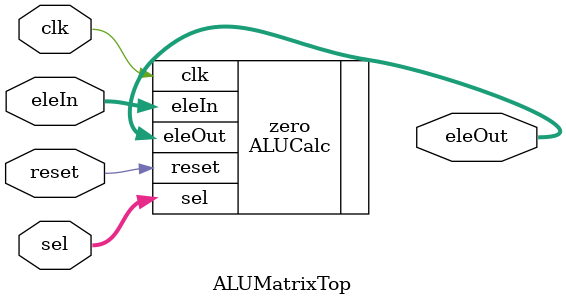
<source format=v>
`timescale 1ns / 1ps


module ALUMatrixTop(clk, reset, sel, eleIn, eleOut);

input clk, reset; 
input  [5:0] sel; 
input  [31:0] eleIn; 
output [31:0] eleOut; 

     ALUCalc zero(.clk(clk), .reset(reset), .sel(sel), 
                 .eleIn(eleIn), .eleOut(eleOut)); 
    
endmodule

</source>
